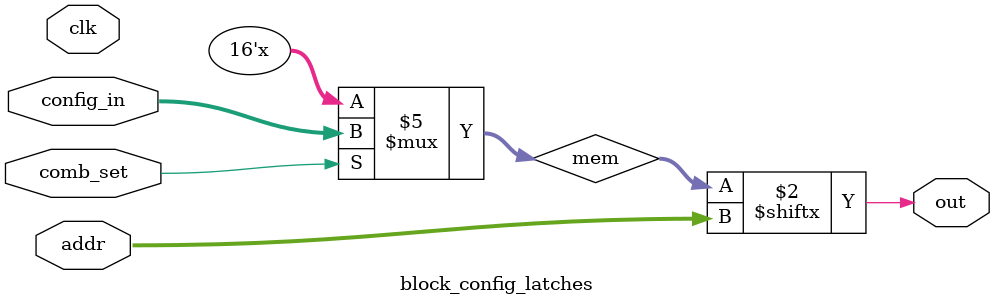
<source format=v>
/* 
 * Block of latches for use of SLICEL
 * This exists to make it easier to swap in a custom config of latches
 */
module block_config_latches #(
    parameter ADDR_BITS=4, 
    parameter MEM_SIZE=2**ADDR_BITS,
    parameter PREDEC=0 // useful only for 4-LUT right now
) (
    // IO
    input [ADDR_BITS-1:0] addr, 
    output out,

    // Block Style Configuration
    input clk,
    input comb_set,
    input [MEM_SIZE-1:0] config_in
);

reg [MEM_SIZE-1:0] mem = 0;

generate
    if (PREDEC==1) begin
        wire [3:0] intermediate_out; // 4 muxes -> 1 predecoded mux
        wire [3:0] intermediate_use;
        genvar i;
        for (i = 0; i < MEM_SIZE/4; i=i+1) begin
            mux impl(mem[4*i+3:4*i], intermediate_out[i], addr[1:0]);
            transmission_gate tg(intermediate_out[i], out, intermediate_use[i]);
            if (i==0)
                assign intermediate_use[i] = ~addr[ADDR_BITS-1] & ~addr[ADDR_BITS-2];
            else if (i==1) 
                assign intermediate_use[i] = ~addr[ADDR_BITS-1] & addr[ADDR_BITS-2];
            else if (i==2) 
                assign intermediate_use[i] = addr[ADDR_BITS-1] & ~addr[ADDR_BITS-2];
            else 
                assign intermediate_use[i] = addr[ADDR_BITS-1] & addr[ADDR_BITS-2];
        end
    end
    else begin
        assign out = mem[addr];
    end
endgenerate

// Block Style Configuration Logic
always @(clk) begin
    if (comb_set) begin
        mem = config_in;
    end
end

endmodule


</source>
